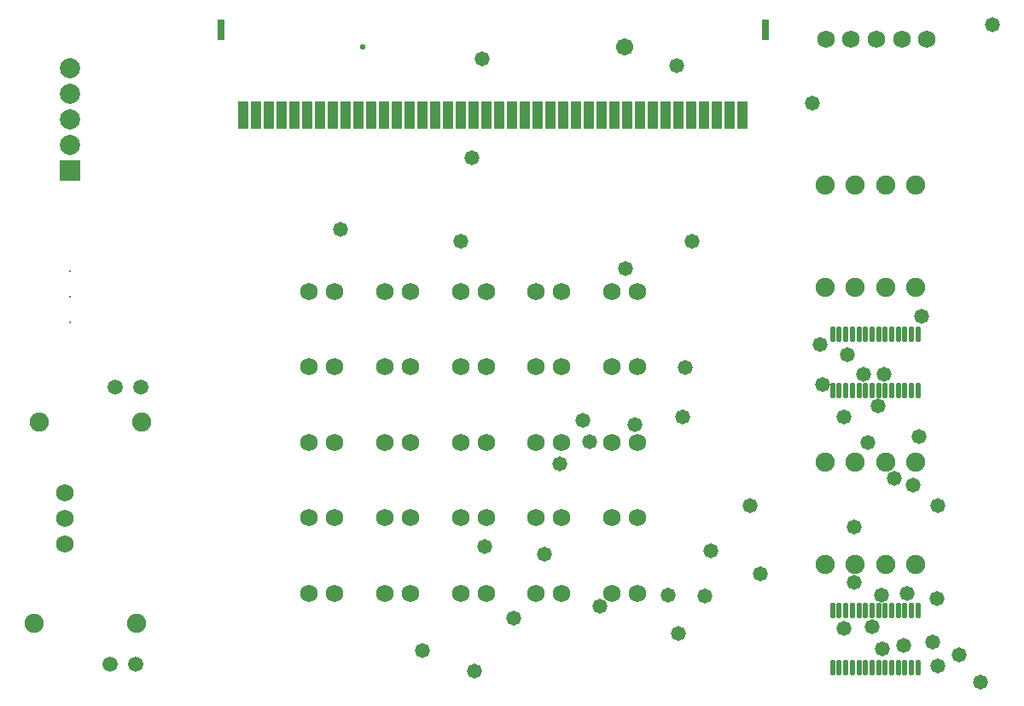
<source format=gts>
G04 Layer_Color=20142*
%FSLAX25Y25*%
%MOIN*%
G70*
G01*
G75*
%ADD26R,0.03950X0.10642*%
%ADD27O,0.02178X0.06312*%
%ADD28C,0.02300*%
%ADD29C,0.06706*%
%ADD30R,0.02769X0.07887*%
%ADD31C,0.06800*%
%ADD32C,0.07887*%
%ADD33R,0.07887X0.07887*%
%ADD34C,0.00800*%
%ADD35C,0.07493*%
%ADD36C,0.05918*%
%ADD37C,0.05800*%
D26*
X370748Y452717D02*
D03*
X375748D02*
D03*
X380748D02*
D03*
X390748D02*
D03*
X385748D02*
D03*
X360748D02*
D03*
X365748D02*
D03*
X355748D02*
D03*
X350748D02*
D03*
X345748D02*
D03*
X295748D02*
D03*
X300748D02*
D03*
X305748D02*
D03*
X315748D02*
D03*
X310748D02*
D03*
X335748D02*
D03*
X340748D02*
D03*
X330748D02*
D03*
X325748D02*
D03*
X320748D02*
D03*
X245748D02*
D03*
X250748D02*
D03*
X255748D02*
D03*
X265748D02*
D03*
X260748D02*
D03*
X285748D02*
D03*
X290748D02*
D03*
X280748D02*
D03*
X275748D02*
D03*
X270748D02*
D03*
X195748D02*
D03*
X200748D02*
D03*
X205748D02*
D03*
X215748D02*
D03*
X210748D02*
D03*
X235748D02*
D03*
X240748D02*
D03*
X230748D02*
D03*
X225748D02*
D03*
X220748D02*
D03*
D27*
X425853Y345125D02*
D03*
X428412D02*
D03*
X430971D02*
D03*
X433531D02*
D03*
X436090D02*
D03*
X438649D02*
D03*
X441208D02*
D03*
X443767D02*
D03*
X446326D02*
D03*
X448885D02*
D03*
X451444D02*
D03*
X454003D02*
D03*
X456562D02*
D03*
X459121D02*
D03*
X425853Y367172D02*
D03*
X428412D02*
D03*
X430971D02*
D03*
X433531D02*
D03*
X436090D02*
D03*
X438649D02*
D03*
X441208D02*
D03*
X443767D02*
D03*
X446326D02*
D03*
X448885D02*
D03*
X451444D02*
D03*
X454003D02*
D03*
X456562D02*
D03*
X459121D02*
D03*
X425853Y236857D02*
D03*
X428412D02*
D03*
X430971D02*
D03*
X433531D02*
D03*
X436090D02*
D03*
X438649D02*
D03*
X441208D02*
D03*
X443767D02*
D03*
X446326D02*
D03*
X448885D02*
D03*
X451444D02*
D03*
X454003D02*
D03*
X456562D02*
D03*
X459121D02*
D03*
X425853Y258905D02*
D03*
X428412D02*
D03*
X430971D02*
D03*
X433531D02*
D03*
X436090D02*
D03*
X438649D02*
D03*
X441208D02*
D03*
X443767D02*
D03*
X446326D02*
D03*
X448885D02*
D03*
X451444D02*
D03*
X454003D02*
D03*
X456562D02*
D03*
X459121D02*
D03*
D28*
X242126Y479528D02*
D03*
D29*
X344488D02*
D03*
D30*
X187008Y486220D02*
D03*
X399606D02*
D03*
D31*
X462598Y482283D02*
D03*
X452756D02*
D03*
X442913D02*
D03*
X433071D02*
D03*
X423228D02*
D03*
X125984Y304921D02*
D03*
Y294921D02*
D03*
Y284921D02*
D03*
X349488Y383858D02*
D03*
X339488D02*
D03*
X319961D02*
D03*
X309961D02*
D03*
X290433D02*
D03*
X280433D02*
D03*
X260906D02*
D03*
X250906D02*
D03*
X231378D02*
D03*
X221378D02*
D03*
X349488Y354331D02*
D03*
X339488D02*
D03*
X319961D02*
D03*
X309961D02*
D03*
X290433D02*
D03*
X280433D02*
D03*
X260906D02*
D03*
X250906D02*
D03*
X231378D02*
D03*
X221378D02*
D03*
X349488Y324803D02*
D03*
X339488D02*
D03*
X319961D02*
D03*
X309961D02*
D03*
X290433D02*
D03*
X280433D02*
D03*
X260906D02*
D03*
X250906D02*
D03*
X231378D02*
D03*
X221378D02*
D03*
X349488Y295276D02*
D03*
X339488D02*
D03*
X319961D02*
D03*
X309961D02*
D03*
X290433D02*
D03*
X280433D02*
D03*
X260906D02*
D03*
X250906D02*
D03*
X231378D02*
D03*
X221378D02*
D03*
X349488Y265748D02*
D03*
X339488D02*
D03*
X319961D02*
D03*
X309961D02*
D03*
X290433D02*
D03*
X280433D02*
D03*
X260906D02*
D03*
X250906D02*
D03*
X231378D02*
D03*
X221378D02*
D03*
D32*
X127953Y471102D02*
D03*
Y461102D02*
D03*
Y451102D02*
D03*
Y441102D02*
D03*
D33*
Y431102D02*
D03*
D34*
X127953Y371890D02*
D03*
Y391890D02*
D03*
Y381890D02*
D03*
D35*
X153858Y253937D02*
D03*
X113858D02*
D03*
X115827Y332677D02*
D03*
X155827D02*
D03*
X434613Y425361D02*
D03*
Y385361D02*
D03*
X422802Y425361D02*
D03*
Y385361D02*
D03*
X434613Y317094D02*
D03*
Y277094D02*
D03*
X422802Y317094D02*
D03*
Y277094D02*
D03*
X446424Y385361D02*
D03*
Y425361D02*
D03*
X458235Y277094D02*
D03*
Y317094D02*
D03*
Y385361D02*
D03*
Y425361D02*
D03*
X446424Y277094D02*
D03*
Y317094D02*
D03*
D36*
X143701Y238189D02*
D03*
X153701D02*
D03*
X145669Y346457D02*
D03*
X155669D02*
D03*
D37*
X334900Y260700D02*
D03*
X288900Y474800D02*
D03*
X434400Y270200D02*
D03*
X367400Y334600D02*
D03*
X430200D02*
D03*
X457300Y308200D02*
D03*
X454900Y265600D02*
D03*
X453444Y245400D02*
D03*
X328400Y333400D02*
D03*
X464980Y246720D02*
D03*
X445300Y244000D02*
D03*
X365500Y250100D02*
D03*
X443700Y338900D02*
D03*
X348515Y331615D02*
D03*
X449900Y310600D02*
D03*
X319100Y316300D02*
D03*
X313300Y281100D02*
D03*
X265500Y243300D02*
D03*
X284900Y436000D02*
D03*
X375800Y264800D02*
D03*
X397600Y273500D02*
D03*
X370900Y403500D02*
D03*
X280547D02*
D03*
X434100Y291600D02*
D03*
X361500Y265100D02*
D03*
X289900Y284100D02*
D03*
X344900Y392700D02*
D03*
X393600Y299900D02*
D03*
X467000D02*
D03*
X483600Y231200D02*
D03*
X233500Y407900D02*
D03*
X368200Y354000D02*
D03*
X378131Y282331D02*
D03*
X330900Y325100D02*
D03*
X441400Y252600D02*
D03*
X301100Y256100D02*
D03*
X466900Y237500D02*
D03*
X444900Y265200D02*
D03*
X285900Y235500D02*
D03*
X475400Y241752D02*
D03*
X430400Y252000D02*
D03*
X459700Y326900D02*
D03*
X417900Y457270D02*
D03*
X439460Y324803D02*
D03*
X364900Y471900D02*
D03*
X460630Y374016D02*
D03*
X488189Y488189D02*
D03*
X446000Y351400D02*
D03*
X438000D02*
D03*
X431636Y358900D02*
D03*
X421900Y347400D02*
D03*
X420802Y362900D02*
D03*
X466535Y263779D02*
D03*
M02*

</source>
